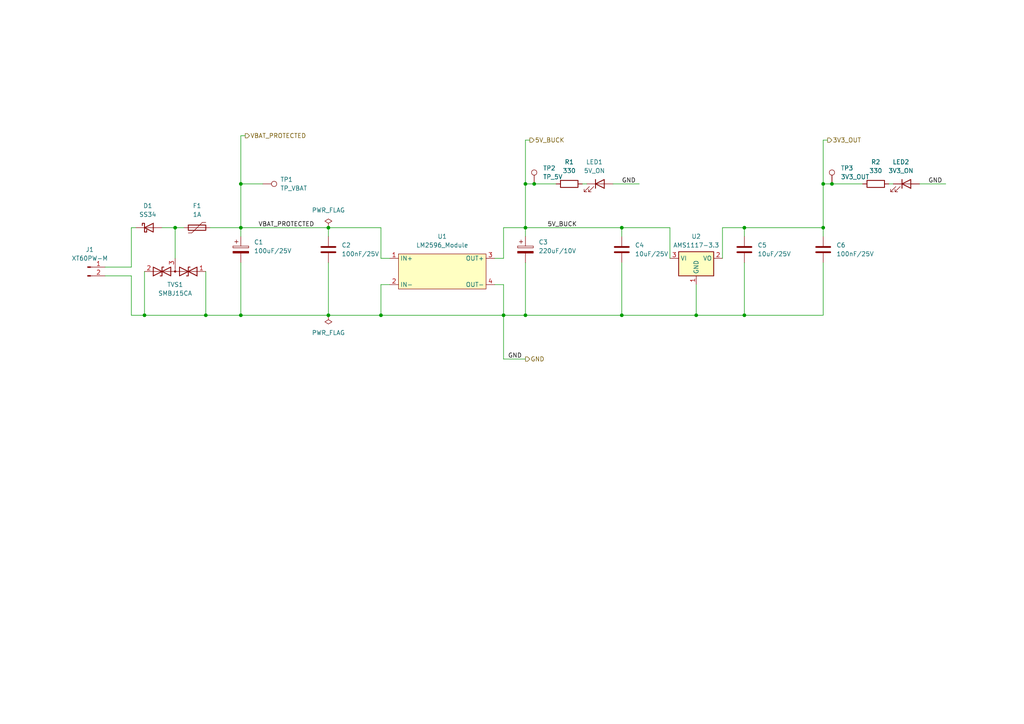
<source format=kicad_sch>
(kicad_sch (version 20250114) (generator "eeschema") (generator_version "9.0")
  (paper "A4")
  (lib_symbols
    (symbol "Connector:Conn_01x02_Pin" (pin_names (offset 1.016) (hide yes))
      (property "Reference" "J" (at 0 2.54 0))
      (property "Value" "Conn_01x02_Pin" (at 0 -5.08 0))
      (symbol "Conn_01x02_Pin_1_1"
        (rectangle (start 0.8636 0.127) (end 0 -0.127) (stroke (width 0.1524)) (fill (type outline)))
        (rectangle (start 0.8636 -2.413) (end 0 -2.667) (stroke (width 0.1524)) (fill (type outline)))
        (polyline (pts (xy 1.27 0) (xy 0.8636 0)) (stroke (width 0.1524)))
        (polyline (pts (xy 1.27 -2.54) (xy 0.8636 -2.54)) (stroke (width 0.1524)))
        (pin passive line (at 5.08 0 180) (length 3.81) (name "Pin_1") (number "1"))
        (pin passive line (at 5.08 -2.54 180) (length 3.81) (name "Pin_2") (number "2"))
      )
    )
    (symbol "Connector:TestPoint" (pin_numbers (hide yes)) (pin_names (offset 0.762) (hide yes))
      (property "Reference" "TP" (at 0 6.858 0))
      (property "Value" "TestPoint" (at 0 5.08 0))
      (symbol "TestPoint_0_1"
        (circle (center 0 3.302) (radius 0.762))
      )
      (symbol "TestPoint_1_1"
        (pin passive line (at 0 0 90) (length 2.54) (name "1") (number "1"))
      )
    )
    (symbol "Custom_Modules:LM2596_Module"
      (property "Reference" "U1" (at 0 10.16 0))
      (property "Value" "LM2596_Module" (at 0 7.62 0))
      (symbol "LM2596_Module_0_1"
        (polyline (pts (xy -12.7 5.08) (xy 12.7 5.08) (xy 12.7 -5.08) (xy -12.7 -5.08) (xy -12.7 5.08)) (fill (type color) (color 255 255 194 1)))
      )
      (symbol "LM2596_Module_1_1"
        (pin power_in line (at -15.24 3.81 0) (length 2.54) (name "IN+") (number "1"))
        (pin power_in line (at -15.24 -3.81 0) (length 2.54) (name "IN-") (number "2"))
        (pin power_out line (at 15.24 3.81 180) (length 2.54) (name "OUT+") (number "3"))
        (pin power_in line (at 15.24 -3.81 180) (length 2.54) (name "OUT-") (number "4"))
      )
    )
    (symbol "Device:C" (pin_numbers (hide yes)) (pin_names (offset 0.254))
      (property "Reference" "C" (at 0.635 2.54 0))
      (property "Value" "C" (at 0.635 -2.54 0))
      (symbol "C_0_1"
        (polyline (pts (xy -2.032 0.762) (xy 2.032 0.762)) (stroke (width 0.508)))
        (polyline (pts (xy -2.032 -0.762) (xy 2.032 -0.762)) (stroke (width 0.508)))
      )
      (symbol "C_1_1"
        (pin passive line (at 0 3.81 270) (length 2.794) (name "~") (number "1"))
        (pin passive line (at 0 -3.81 90) (length 2.794) (name "~") (number "2"))
      )
    )
    (symbol "Device:C_Polarized" (pin_numbers (hide yes)) (pin_names (offset 0.254))
      (property "Reference" "C" (at 0.635 2.54 0))
      (property "Value" "C_Polarized" (at 0.635 -2.54 0))
      (symbol "C_Polarized_0_1"
        (rectangle (start -2.286 0.508) (end 2.286 1.016))
        (polyline (pts (xy -1.778 2.286) (xy -0.762 2.286)))
        (polyline (pts (xy -1.27 2.794) (xy -1.27 1.778)))
        (rectangle (start 2.286 -0.508) (end -2.286 -1.016) (fill (type outline)))
      )
      (symbol "C_Polarized_1_1"
        (pin passive line (at 0 3.81 270) (length 2.794) (name "~") (number "1"))
        (pin passive line (at 0 -3.81 90) (length 2.794) (name "~") (number "2"))
      )
    )
    (symbol "Device:D_Schottky" (pin_numbers (hide yes)) (pin_names (offset 1.016) (hide yes))
      (property "Reference" "D" (at 0 2.54 0))
      (property "Value" "D_Schottky" (at 0 -2.54 0))
      (symbol "D_Schottky_0_1"
        (polyline (pts (xy -1.905 0.635) (xy -1.905 1.27) (xy -1.27 1.27) (xy -1.27 -1.27) (xy -0.635 -1.27) (xy -0.635 -0.635)) (stroke (width 0.254)))
        (polyline (pts (xy 1.27 1.27) (xy 1.27 -1.27) (xy -1.27 0) (xy 1.27 1.27)) (stroke (width 0.254)))
        (polyline (pts (xy 1.27 0) (xy -1.27 0)))
      )
      (symbol "D_Schottky_1_1"
        (pin passive line (at -3.81 0 0) (length 2.54) (name "K") (number "1"))
        (pin passive line (at 3.81 0 180) (length 2.54) (name "A") (number "2"))
      )
    )
    (symbol "Device:D_TVS_Dual_AAC" (pin_names (offset 1.016) (hide yes))
      (property "Reference" "D" (at 0 4.445 0))
      (property "Value" "D_TVS_Dual_AAC" (at 0 2.54 0))
      (symbol "D_TVS_Dual_AAC_0_0"
        (polyline (pts (xy 0 -1.27) (xy 0 0)))
      )
      (symbol "D_TVS_Dual_AAC_0_1"
        (polyline (pts (xy -6.35 1.27) (xy -1.27 -1.27) (xy -1.27 1.27) (xy -6.35 -1.27) (xy -6.35 1.27)) (stroke (width 0.254)))
        (polyline (pts (xy -6.35 0) (xy 6.35 0)))
        (polyline (pts (xy -3.302 1.27) (xy -3.81 1.27) (xy -3.81 -1.27) (xy -4.318 -1.27)) (stroke (width 0.254)))
        (circle (center 0 0) (radius 0.254) (fill (type outline)))
        (polyline (pts (xy 4.318 1.27) (xy 3.81 1.27) (xy 3.81 -1.27) (xy 3.302 -1.27)) (stroke (width 0.254)))
        (polyline (pts (xy 6.35 1.27) (xy 1.27 -1.27) (xy 1.27 1.27) (xy 6.35 -1.27) (xy 6.35 1.27)) (stroke (width 0.254)))
      )
      (symbol "D_TVS_Dual_AAC_1_1"
        (pin passive line (at -8.89 0 0) (length 2.54) (name "A1") (number "1"))
        (pin passive line (at 0 -3.81 90) (length 2.54) (name "common") (number "3"))
        (pin passive line (at 8.89 0 180) (length 2.54) (name "A2") (number "2"))
      )
    )
    (symbol "Device:LED" (pin_numbers (hide yes)) (pin_names (offset 1.016) (hide yes))
      (property "Reference" "D" (at 0 2.54 0))
      (property "Value" "LED" (at 0 -2.54 0))
      (symbol "LED_0_1"
        (polyline (pts (xy -3.048 -0.762) (xy -4.572 -2.286) (xy -3.81 -2.286) (xy -4.572 -2.286) (xy -4.572 -1.524)))
        (polyline (pts (xy -1.778 -0.762) (xy -3.302 -2.286) (xy -2.54 -2.286) (xy -3.302 -2.286) (xy -3.302 -1.524)))
        (polyline (pts (xy -1.27 0) (xy 1.27 0)))
        (polyline (pts (xy -1.27 -1.27) (xy -1.27 1.27)) (stroke (width 0.254)))
        (polyline (pts (xy 1.27 -1.27) (xy 1.27 1.27) (xy -1.27 0) (xy 1.27 -1.27)) (stroke (width 0.254)))
      )
      (symbol "LED_1_1"
        (pin passive line (at -3.81 0 0) (length 2.54) (name "K") (number "1"))
        (pin passive line (at 3.81 0 180) (length 2.54) (name "A") (number "2"))
      )
    )
    (symbol "Device:Polyfuse" (pin_numbers (hide yes)) (pin_names (offset 0))
      (property "Reference" "F" (at -2.54 0 90))
      (property "Value" "Polyfuse" (at 2.54 0 90))
      (symbol "Polyfuse_0_1"
        (polyline (pts (xy -1.524 2.54) (xy -1.524 1.524) (xy 1.524 -1.524) (xy 1.524 -2.54)))
        (rectangle (start -0.762 2.54) (end 0.762 -2.54) (stroke (width 0.254)))
        (polyline (pts (xy 0 2.54) (xy 0 -2.54)))
      )
      (symbol "Polyfuse_1_1"
        (pin passive line (at 0 3.81 270) (length 1.27) (name "~") (number "1"))
        (pin passive line (at 0 -3.81 90) (length 1.27) (name "~") (number "2"))
      )
    )
    (symbol "Device:R" (pin_numbers (hide yes)) (pin_names (offset 0))
      (property "Reference" "R" (at 2.032 0 90))
      (property "Value" "R" (at 0 0 90))
      (symbol "R_0_1"
        (rectangle (start -1.016 -2.54) (end 1.016 2.54) (stroke (width 0.254)))
      )
      (symbol "R_1_1"
        (pin passive line (at 0 3.81 270) (length 1.27) (name "~") (number "1"))
        (pin passive line (at 0 -3.81 90) (length 1.27) (name "~") (number "2"))
      )
    )
    (symbol "Regulator_Linear:AMS1117-3.3"
      (property "Reference" "U" (at -3.81 3.175 0))
      (property "Value" "AMS1117-3.3" (at 0 3.175 0))
      (symbol "AMS1117-3.3_0_1"
        (rectangle (start -5.08 -5.08) (end 5.08 1.905) (stroke (width 0.254)) (fill (type background)))
      )
      (symbol "AMS1117-3.3_1_1"
        (pin power_in line (at -7.62 0 0) (length 2.54) (name "VI") (number "3"))
        (pin power_in line (at 0 -7.62 90) (length 2.54) (name "GND") (number "1"))
        (pin power_out line (at 7.62 0 180) (length 2.54) (name "VO") (number "2"))
      )
    )
    (symbol "power:PWR_FLAG" (power) (pin_numbers (hide yes)) (pin_names (offset 0) (hide yes))
      (property "Value" "PWR_FLAG" (at 0 3.81 0))
      (symbol "PWR_FLAG_0_0"
        (pin power_out line (at 0 0 90) (length 0) (name "~") (number "1"))
      )
      (symbol "PWR_FLAG_0_1"
        (polyline (pts (xy 0 0) (xy 0 1.27) (xy -1.016 1.905) (xy 0 2.54) (xy 1.016 1.905) (xy 0 1.27)))
      )
    )
  )
  (junction (at 154.94 53.34))
  (junction (at 146.05 91.44))
  (junction (at 95.25 91.44))
  (junction (at 152.4 66.04))
  (junction (at 110.49 91.44))
  (junction (at 152.4 91.44))
  (junction (at 69.85 91.44))
  (junction (at 69.85 53.34))
  (junction (at 201.93 91.44))
  (junction (at 59.69 91.44))
  (junction (at 95.25 66.04))
  (junction (at 50.8 66.04))
  (junction (at 69.85 66.04))
  (junction (at 238.76 66.04))
  (junction (at 238.76 53.34))
  (junction (at 215.9 91.44))
  (junction (at 152.4 53.34))
  (junction (at 215.9 66.04))
  (junction (at 241.3 53.34))
  (junction (at 180.34 91.44))
  (junction (at 180.34 66.04))
  (junction (at 41.91 91.44))
  (wire (pts (xy 146.05 104.14) (xy 152.4 104.14)))
  (wire (pts (xy 110.49 82.55) (xy 110.49 91.44)))
  (wire (pts (xy 152.4 40.64) (xy 152.4 53.34)))
  (wire (pts (xy 209.55 74.93) (xy 209.55 66.04)))
  (wire (pts (xy 215.9 76.2) (xy 215.9 91.44)))
  (wire (pts (xy 143.51 74.93) (xy 146.05 74.93)))
  (wire (pts (xy 238.76 66.04) (xy 238.76 53.34)))
  (wire (pts (xy 69.85 66.04) (xy 95.25 66.04)))
  (wire (pts (xy 180.34 91.44) (xy 201.93 91.44)))
  (wire (pts (xy 38.1 77.47) (xy 38.1 66.04)))
  (wire (pts (xy 69.85 76.2) (xy 69.85 91.44)))
  (wire (pts (xy 59.69 78.74) (xy 59.69 91.44)))
  (wire (pts (xy 69.85 39.37) (xy 71.12 39.37)))
  (wire (pts (xy 266.7 53.34) (xy 274.32 53.34)))
  (wire (pts (xy 177.8 53.34) (xy 185.42 53.34)))
  (wire (pts (xy 209.55 66.04) (xy 215.9 66.04)))
  (wire (pts (xy 194.31 66.04) (xy 194.31 74.93)))
  (wire (pts (xy 146.05 91.44) (xy 146.05 104.14)))
  (wire (pts (xy 238.76 53.34) (xy 241.3 53.34)))
  (wire (pts (xy 69.85 66.04) (xy 69.85 68.58)))
  (wire (pts (xy 180.34 76.2) (xy 180.34 91.44)))
  (wire (pts (xy 152.4 66.04) (xy 152.4 68.58)))
  (wire (pts (xy 110.49 74.93) (xy 113.03 74.93)))
  (wire (pts (xy 180.34 66.04) (xy 194.31 66.04)))
  (wire (pts (xy 38.1 66.04) (xy 39.37 66.04)))
  (wire (pts (xy 69.85 53.34) (xy 76.2 53.34)))
  (wire (pts (xy 60.96 66.04) (xy 69.85 66.04)))
  (wire (pts (xy 41.91 78.74) (xy 41.91 91.44)))
  (wire (pts (xy 50.8 66.04) (xy 50.8 74.93)))
  (wire (pts (xy 152.4 76.2) (xy 152.4 91.44)))
  (wire (pts (xy 152.4 53.34) (xy 152.4 66.04)))
  (wire (pts (xy 168.91 53.34) (xy 170.18 53.34)))
  (wire (pts (xy 146.05 66.04) (xy 152.4 66.04)))
  (wire (pts (xy 180.34 66.04) (xy 180.34 68.58)))
  (wire (pts (xy 95.25 66.04) (xy 95.25 68.58)))
  (wire (pts (xy 95.25 66.04) (xy 110.49 66.04)))
  (wire (pts (xy 215.9 66.04) (xy 215.9 68.58)))
  (wire (pts (xy 38.1 91.44) (xy 41.91 91.44)))
  (wire (pts (xy 238.76 40.64) (xy 240.03 40.64)))
  (wire (pts (xy 110.49 91.44) (xy 146.05 91.44)))
  (wire (pts (xy 146.05 91.44) (xy 152.4 91.44)))
  (wire (pts (xy 69.85 66.04) (xy 69.85 53.34)))
  (wire (pts (xy 152.4 66.04) (xy 180.34 66.04)))
  (wire (pts (xy 69.85 53.34) (xy 69.85 39.37)))
  (wire (pts (xy 238.76 66.04) (xy 238.76 68.58)))
  (wire (pts (xy 215.9 91.44) (xy 238.76 91.44)))
  (wire (pts (xy 238.76 76.2) (xy 238.76 91.44)))
  (wire (pts (xy 110.49 82.55) (xy 113.03 82.55)))
  (wire (pts (xy 146.05 82.55) (xy 146.05 91.44)))
  (wire (pts (xy 146.05 74.93) (xy 146.05 66.04)))
  (wire (pts (xy 59.69 91.44) (xy 69.85 91.44)))
  (wire (pts (xy 30.48 80.01) (xy 38.1 80.01)))
  (wire (pts (xy 201.93 82.55) (xy 201.93 91.44)))
  (wire (pts (xy 154.94 53.34) (xy 161.29 53.34)))
  (wire (pts (xy 215.9 66.04) (xy 238.76 66.04)))
  (wire (pts (xy 152.4 91.44) (xy 180.34 91.44)))
  (wire (pts (xy 41.91 91.44) (xy 59.69 91.44)))
  (wire (pts (xy 50.8 66.04) (xy 53.34 66.04)))
  (wire (pts (xy 152.4 53.34) (xy 154.94 53.34)))
  (wire (pts (xy 95.25 76.2) (xy 95.25 91.44)))
  (wire (pts (xy 69.85 91.44) (xy 95.25 91.44)))
  (wire (pts (xy 46.99 66.04) (xy 50.8 66.04)))
  (wire (pts (xy 95.25 91.44) (xy 110.49 91.44)))
  (wire (pts (xy 241.3 53.34) (xy 250.19 53.34)))
  (wire (pts (xy 143.51 82.55) (xy 146.05 82.55)))
  (wire (pts (xy 38.1 80.01) (xy 38.1 91.44)))
  (wire (pts (xy 153.67 40.64) (xy 152.4 40.64)))
  (wire (pts (xy 201.93 91.44) (xy 215.9 91.44)))
  (wire (pts (xy 30.48 77.47) (xy 38.1 77.47)))
  (wire (pts (xy 257.81 53.34) (xy 259.08 53.34)))
  (wire (pts (xy 110.49 66.04) (xy 110.49 74.93)))
  (wire (pts (xy 238.76 53.34) (xy 238.76 40.64)))
  (label "GND" (at 147.32 104.14 0))
  (label "GND" (at 269.24 53.34 0))
  (label "5V_BUCK" (at 158.75 66.04 0))
  (label "GND" (at 180.34 53.34 0))
  (label "VBAT_PROTECTED" (at 74.93 66.04 0))
  (hierarchical_label "5V_BUCK" (shape output) (at 153.67 40.64 0))
  (hierarchical_label "GND" (shape output) (at 152.4 104.14 0))
  (hierarchical_label "VBAT_PROTECTED" (shape output) (at 71.12 39.37 0))
  (hierarchical_label "3V3_OUT" (shape output) (at 240.03 40.64 0))
  (symbol (lib_id "Device:Polyfuse") (at 57.15 66.04 90) (unit 1)
    (property "Reference" "F1" (at 57.15 59.69 90))
    (property "Value" "1A" (at 57.15 62.23 90))
    (property "Footprint" "Fuse:Fuse_1812_4532Metric" (effects (hide yes)))
    (property "Description" "Resettable fuse, polymeric positive temperature coefficient" (effects (hide yes)))
  )
  (symbol (lib_id "Connector:Conn_01x02_Pin") (at 25.4 77.47 0) (unit 1)
    (property "Reference" "J1" (at 26.035 72.39 0))
    (property "Value" "XT60PW-M" (at 26.035 74.93 0))
    (property "Footprint" "Connector_AMASS:AMASS_XT60PW-M_1x02_P7.20mm_Horizontal" (effects (hide yes)))
    (property "Description" "Generic connector, single row, 01x02, script generated" (effects (hide yes)))
    (property "LCSC" "C2962205" (effects (hide yes)))
  )
  (symbol (lib_id "Device:C_Polarized") (at 152.4 72.39 0) (unit 1)
    (property "Reference" "C3" (at 156.21 70.2309 0) (effects (justify left)))
    (property "Value" "220uF/10V" (at 156.21 72.7709 0) (effects (justify left)))
    (property "Footprint" "Capacitor_THT:CP_Radial_D8.0mm_P3.50mm" (effects (hide yes)))
    (property "Description" "Polarized capacitor" (effects (hide yes)))
  )
  (symbol (lib_id "Device:LED") (at 262.89 53.34 0) (unit 1)
    (property "Reference" "LED2" (at 261.3025 46.99 0))
    (property "Value" "3V3_ON" (at 261.3025 49.53 0))
    (property "Footprint" "LED_SMD:LED_1206_3216Metric" (effects (hide yes)))
    (property "Description" "Light emitting diode" (effects (hide yes)))
    (property "Sim.Pins" "1=K 2=A" (effects (hide yes)))
    (property "LCS" "C72043" (effects (hide yes)))
  )
  (symbol (lib_id "power:PWR_FLAG") (at 95.25 91.44 180) (unit 1)
    (property "Reference" "#FLG02" (effects (hide yes)))
    (property "Value" "PWR_FLAG" (at 95.25 96.52 0))
    (property "Description" "Special symbol for telling ERC where power comes from" (effects (hide yes)))
  )
  (symbol (lib_id "Regulator_Linear:AMS1117-3.3") (at 201.93 74.93 0) (unit 1)
    (property "Reference" "U2" (at 201.93 68.58 0))
    (property "Value" "AMS1117-3.3" (at 201.93 71.12 0))
    (property "Footprint" "Package_TO_SOT_SMD:SOT-223-3_TabPin2" (effects (hide yes)))
    (property "Datasheet" "http://www.advanced-monolithic.com/pdf/ds1117.pdf" (effects (hide yes)))
    (property "Description" "1A Low Dropout regulator, positive, 3.3V fixed output, SOT-223" (effects (hide yes)))
    (property "LCSC" "C6186" (effects (hide yes)))
  )
  (symbol (lib_id "Device:R") (at 254 53.34 90) (unit 1)
    (property "Reference" "R2" (at 254 46.99 90))
    (property "Value" "330" (at 254 49.53 90))
    (property "Footprint" "Resistor_SMD:R_1206_3216Metric" (effects (hide yes)))
    (property "Description" "Resistor" (effects (hide yes)))
    (property "LCS" "C17630" (effects (hide yes)))
  )
  (symbol (lib_id "Device:C_Polarized") (at 69.85 72.39 0) (unit 1)
    (property "Reference" "C1" (at 73.66 70.2309 0) (effects (justify left)))
    (property "Value" "100uF/25V" (at 73.66 72.7709 0) (effects (justify left)))
    (property "Footprint" "Capacitor_THT:CP_Radial_D8.0mm_P3.50mm" (effects (hide yes)))
    (property "Description" "Polarized capacitor" (effects (hide yes)))
  )
  (symbol (lib_id "Device:C") (at 95.25 72.39 0) (unit 1)
    (property "Reference" "C2" (at 99.06 71.1199 0) (effects (justify left)))
    (property "Value" "100nF/25V" (at 99.06 73.6599 0) (effects (justify left)))
    (property "Footprint" "Capacitor_SMD:C_1206_3216Metric" (effects (hide yes)))
    (property "Description" "Unpolarized capacitor" (effects (hide yes)))
    (property "LCS" "C1848" (effects (hide yes)))
  )
  (symbol (lib_id "Device:D_Schottky") (at 43.18 66.04 0) (unit 1)
    (property "Reference" "D1" (at 42.8625 59.69 0))
    (property "Value" "SS34" (at 42.8625 62.23 0))
    (property "Footprint" "Diode_SMD:D_SMA" (effects (hide yes)))
    (property "Description" "Schottky diode" (effects (hide yes)))
  )
  (symbol (lib_id "Device:LED") (at 173.99 53.34 0) (unit 1)
    (property "Reference" "LED1" (at 172.4025 46.99 0))
    (property "Value" "5V_ON" (at 172.4025 49.53 0))
    (property "Footprint" "LED_SMD:LED_1206_3216Metric" (effects (hide yes)))
    (property "Description" "Light emitting diode" (effects (hide yes)))
    (property "Sim.Pins" "1=K 2=A" (effects (hide yes)))
    (property "LCS" "C72043" (effects (hide yes)))
  )
  (symbol (lib_id "Custom_Modules:LM2596_Module") (at 128.27 78.74 0) (unit 1)
    (property "Reference" "U1" (at 128.27 68.58 0))
    (property "Value" "LM2596_Module" (at 128.27 71.12 0))
    (property "Footprint" "Custom_Modules:LM2596_Module" (effects (hide yes)))
    (property "Description" "LM2596 3A Adjustable Buck Converter Module" (effects (hide yes)))
  )
  (symbol (lib_id "Device:R") (at 165.1 53.34 90) (unit 1)
    (property "Reference" "R1" (at 165.1 46.99 90))
    (property "Value" "330" (at 165.1 49.53 90))
    (property "Footprint" "Resistor_SMD:R_1206_3216Metric" (effects (hide yes)))
    (property "Description" "Resistor" (effects (hide yes)))
    (property "LCS" "C17630" (effects (hide yes)))
  )
  (symbol (lib_id "Device:C") (at 180.34 72.39 0) (unit 1)
    (property "Reference" "C4" (at 184.15 71.1199 0) (effects (justify left)))
    (property "Value" "10uF/25V" (at 184.15 73.6599 0) (effects (justify left)))
    (property "Footprint" "Capacitor_SMD:C_1206_3216Metric" (effects (hide yes)))
    (property "Description" "Unpolarized capacitor" (effects (hide yes)))
    (property "LCSC" "C13585" (effects (hide yes)))
  )
  (symbol (lib_id "Connector:TestPoint") (at 154.94 53.34 0) (unit 1)
    (property "Reference" "TP2" (at 157.48 48.7679 0) (effects (justify left)))
    (property "Value" "TP_5V" (at 157.48 51.3079 0) (effects (justify left)))
    (property "Footprint" "TestPoint:TestPoint_Pad_D2.0mm" (effects (hide yes)))
    (property "Description" "test point" (effects (hide yes)))
  )
  (symbol (lib_id "Connector:TestPoint") (at 76.2 53.34 270) (unit 1)
    (property "Reference" "TP1" (at 81.28 52.0699 90) (effects (justify left)))
    (property "Value" "TP_VBAT" (at 81.28 54.6099 90) (effects (justify left)))
    (property "Footprint" "TestPoint:TestPoint_Pad_D2.0mm" (effects (hide yes)))
    (property "Description" "test point" (effects (hide yes)))
  )
  (symbol (lib_id "Connector:TestPoint") (at 241.3 53.34 0) (unit 1)
    (property "Reference" "TP3" (at 243.84 48.7679 0) (effects (justify left)))
    (property "Value" "3V3_OUT" (at 243.84 51.3079 0) (effects (justify left)))
    (property "Footprint" "TestPoint:TestPoint_Pad_D2.0mm" (effects (hide yes)))
    (property "Description" "test point" (effects (hide yes)))
  )
  (symbol (lib_id "Device:D_TVS_Dual_AAC") (at 50.8 78.74 180) (unit 1)
    (property "Reference" "TVS1" (at 50.8 82.55 0))
    (property "Value" "SMBJ15CA" (at 50.8 85.09 0))
    (property "Footprint" "Diode_SMD:D_SMB" (effects (hide yes)))
    (property "Description" "Bidirectional dual transient-voltage-suppression diode, center on pin 3" (effects (hide yes)))
  )
  (symbol (lib_id "Device:C") (at 215.9 72.39 0) (unit 1)
    (property "Reference" "C5" (at 219.71 71.1199 0) (effects (justify left)))
    (property "Value" "10uF/25V" (at 219.71 73.6599 0) (effects (justify left)))
    (property "Footprint" "Capacitor_SMD:C_1206_3216Metric" (effects (hide yes)))
    (property "Description" "Unpolarized capacitor" (effects (hide yes)))
    (property "LCSC" "C13585" (effects (hide yes)))
  )
  (symbol (lib_id "Device:C") (at 238.76 72.39 0) (unit 1)
    (property "Reference" "C6" (at 242.57 71.1199 0) (effects (justify left)))
    (property "Value" "100nF/25V" (at 242.57 73.6599 0) (effects (justify left)))
    (property "Footprint" "Capacitor_SMD:C_1206_3216Metric" (effects (hide yes)))
    (property "Description" "Unpolarized capacitor" (effects (hide yes)))
    (property "LCSC" "C1848" (effects (hide yes)))
  )
  (symbol (lib_id "power:PWR_FLAG") (at 95.25 66.04 0) (unit 1)
    (property "Reference" "#FLG01" (effects (hide yes)))
    (property "Value" "PWR_FLAG" (at 95.25 60.96 0))
    (property "Description" "Special symbol for telling ERC where power comes from" (effects (hide yes)))
  )
)
</source>
